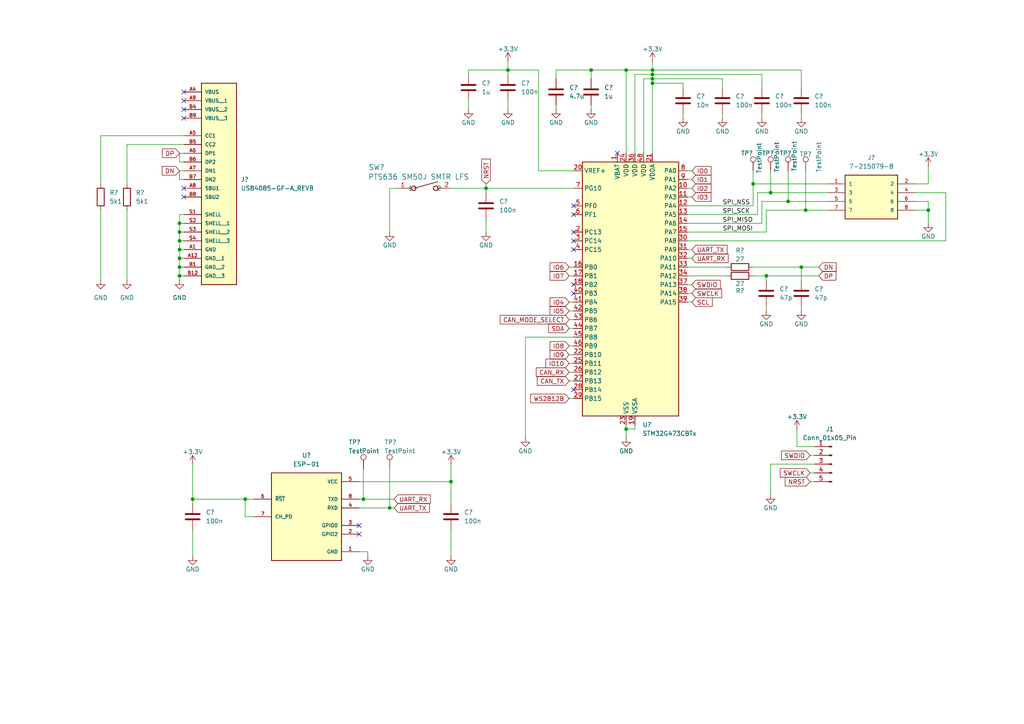
<source format=kicad_sch>
(kicad_sch (version 20231120) (generator "eeschema") (generator_version "8.0")
  (paper "A4")
  (lib_symbols
    (symbol "7-215079-8:7-215079-8" (pin_names (offset 1.016))
      (property "Reference" "J" (at -7.62 6.35 0))
      (property "Value" "7-215079-8" (at -7.62 -8.89 0))
      (symbol "7-215079-8_0_0"
        (rectangle (start -7.62 -7.62) (end 7.62 5.08) (stroke (width 0.254)) (fill (type background)))
        (pin passive line (at -12.7 2.54 0) (length 5.08) (name "1") (number "1"))
        (pin passive line (at 12.7 2.54 180) (length 5.08) (name "2") (number "2"))
        (pin passive line (at -12.7 0 0) (length 5.08) (name "3") (number "3"))
        (pin passive line (at 12.7 0 180) (length 5.08) (name "4") (number "4"))
        (pin passive line (at -12.7 -2.54 0) (length 5.08) (name "5") (number "5"))
        (pin passive line (at 12.7 -2.54 180) (length 5.08) (name "6") (number "6"))
        (pin passive line (at -12.7 -5.08 0) (length 5.08) (name "7") (number "7"))
        (pin passive line (at 12.7 -5.08 180) (length 5.08) (name "8") (number "8"))
      )
    )
    (symbol "Connector:Conn_01x05_Pin" (pin_names (offset 1.016) hide)
      (property "Reference" "J" (at 0 7.62 0))
      (property "Value" "Conn_01x05_Pin" (at 0 -7.62 0))
      (symbol "Conn_01x05_Pin_1_1"
        (polyline (pts (xy 1.27 -5.08) (xy 0.8636 -5.08)) (stroke (width 0.1524)))
        (polyline (pts (xy 1.27 -2.54) (xy 0.8636 -2.54)) (stroke (width 0.1524)))
        (polyline (pts (xy 1.27 0) (xy 0.8636 0)) (stroke (width 0.1524)))
        (polyline (pts (xy 1.27 2.54) (xy 0.8636 2.54)) (stroke (width 0.1524)))
        (polyline (pts (xy 1.27 5.08) (xy 0.8636 5.08)) (stroke (width 0.1524)))
        (rectangle (start 0.8636 -4.953) (end 0 -5.207) (stroke (width 0.1524)) (fill (type outline)))
        (rectangle (start 0.8636 -2.413) (end 0 -2.667) (stroke (width 0.1524)) (fill (type outline)))
        (rectangle (start 0.8636 0.127) (end 0 -0.127) (stroke (width 0.1524)) (fill (type outline)))
        (rectangle (start 0.8636 2.667) (end 0 2.413) (stroke (width 0.1524)) (fill (type outline)))
        (rectangle (start 0.8636 5.207) (end 0 4.953) (stroke (width 0.1524)) (fill (type outline)))
        (pin passive line (at 5.08 5.08 180) (length 3.81) (name "Pin_1") (number "1"))
        (pin passive line (at 5.08 2.54 180) (length 3.81) (name "Pin_2") (number "2"))
        (pin passive line (at 5.08 0 180) (length 3.81) (name "Pin_3") (number "3"))
        (pin passive line (at 5.08 -2.54 180) (length 3.81) (name "Pin_4") (number "4"))
        (pin passive line (at 5.08 -5.08 180) (length 3.81) (name "Pin_5") (number "5"))
      )
    )
    (symbol "Connector:TestPoint" (pin_numbers hide) (pin_names (offset 0.762) hide)
      (property "Reference" "TP" (at 0 6.858 0))
      (property "Value" "TestPoint" (at 0 5.08 0))
      (symbol "TestPoint_0_1"
        (circle (center 0 3.302) (radius 0.762))
      )
      (symbol "TestPoint_1_1"
        (pin passive line (at 0 0 90) (length 2.54) (name "1") (number "1"))
      )
    )
    (symbol "Device:C" (pin_numbers hide) (pin_names (offset 0.254))
      (property "Reference" "C" (at 0.635 2.54 0))
      (property "Value" "C" (at 0.635 -2.54 0))
      (symbol "C_0_1"
        (polyline (pts (xy -2.032 -0.762) (xy 2.032 -0.762)) (stroke (width 0.508)))
        (polyline (pts (xy -2.032 0.762) (xy 2.032 0.762)) (stroke (width 0.508)))
      )
      (symbol "C_1_1"
        (pin passive line (at 0 3.81 270) (length 2.794) (name "~") (number "1"))
        (pin passive line (at 0 -3.81 90) (length 2.794) (name "~") (number "2"))
      )
    )
    (symbol "Device:R" (pin_numbers hide) (pin_names (offset 0))
      (property "Reference" "R" (at 2.032 0 90))
      (property "Value" "R" (at 0 0 90))
      (symbol "R_0_1"
        (rectangle (start -1.016 -2.54) (end 1.016 2.54) (stroke (width 0.254)))
      )
      (symbol "R_1_1"
        (pin passive line (at 0 3.81 270) (length 1.27) (name "~") (number "1"))
        (pin passive line (at 0 -3.81 90) (length 1.27) (name "~") (number "2"))
      )
    )
    (symbol "ESP-01:ESP-01" (pin_names (offset 1.016))
      (property "Reference" "U" (at -10.16 13.208 0))
      (property "Value" "ESP-01" (at -10.16 -12.7 0))
      (symbol "ESP-01_0_0"
        (rectangle (start -10.16 -12.7) (end 10.16 12.7) (stroke (width 0.254)) (fill (type background)))
        (pin power_in line (at 15.24 -10.16 180) (length 5.08) (name "GND") (number "1"))
        (pin bidirectional line (at 15.24 -5.08 180) (length 5.08) (name "GPIO2") (number "2"))
        (pin bidirectional line (at 15.24 -2.54 180) (length 5.08) (name "GPIO0") (number "3"))
        (pin input line (at 15.24 2.54 180) (length 5.08) (name "RXD") (number "4"))
        (pin power_in line (at 15.24 10.16 180) (length 5.08) (name "VCC") (number "5"))
        (pin input line (at -15.24 5.08 0) (length 5.08) (name "~{RST}") (number "6"))
        (pin input line (at -15.24 0 0) (length 5.08) (name "CH_PD") (number "7"))
        (pin output line (at 15.24 5.08 180) (length 5.08) (name "TXD") (number "8"))
      )
    )
    (symbol "MCU_ST_STM32G4:STM32G473CBTx"
      (property "Reference" "U" (at -12.7 39.37 0))
      (property "Value" "STM32G473CBTx" (at 10.16 39.37 0))
      (symbol "STM32G473CBTx_0_1"
        (rectangle (start -12.7 -35.56) (end 15.24 38.1) (stroke (width 0.254)) (fill (type background)))
      )
      (symbol "STM32G473CBTx_1_1"
        (pin power_in line (at -2.54 40.64 270) (length 2.54) (name "VBAT") (number "1"))
        (pin bidirectional line (at 17.78 30.48 180) (length 2.54) (name "PA2") (number "10"))
        (pin bidirectional line (at 17.78 27.94 180) (length 2.54) (name "PA3") (number "11"))
        (pin bidirectional line (at 17.78 25.4 180) (length 2.54) (name "PA4") (number "12"))
        (pin bidirectional line (at 17.78 22.86 180) (length 2.54) (name "PA5") (number "13"))
        (pin bidirectional line (at 17.78 20.32 180) (length 2.54) (name "PA6") (number "14"))
        (pin bidirectional line (at 17.78 17.78 180) (length 2.54) (name "PA7") (number "15"))
        (pin bidirectional line (at -15.24 7.62 0) (length 2.54) (name "PB0") (number "16"))
        (pin bidirectional line (at -15.24 5.08 0) (length 2.54) (name "PB1") (number "17"))
        (pin bidirectional line (at -15.24 2.54 0) (length 2.54) (name "PB2") (number "18"))
        (pin power_in line (at 2.54 -38.1 90) (length 2.54) (name "VSSA") (number "19"))
        (pin bidirectional line (at -15.24 17.78 0) (length 2.54) (name "PC13") (number "2"))
        (pin input line (at -15.24 35.56 0) (length 2.54) (name "VREF+") (number "20"))
        (pin power_in line (at 7.62 40.64 270) (length 2.54) (name "VDDA") (number "21"))
        (pin bidirectional line (at -15.24 -17.78 0) (length 2.54) (name "PB10") (number "22"))
        (pin power_in line (at 0 -38.1 90) (length 2.54) (name "VSS") (number "23"))
        (pin power_in line (at 0 40.64 270) (length 2.54) (name "VDD") (number "24"))
        (pin bidirectional line (at -15.24 -20.32 0) (length 2.54) (name "PB11") (number "25"))
        (pin bidirectional line (at -15.24 -22.86 0) (length 2.54) (name "PB12") (number "26"))
        (pin bidirectional line (at -15.24 -25.4 0) (length 2.54) (name "PB13") (number "27"))
        (pin bidirectional line (at -15.24 -27.94 0) (length 2.54) (name "PB14") (number "28"))
        (pin bidirectional line (at -15.24 -30.48 0) (length 2.54) (name "PB15") (number "29"))
        (pin bidirectional line (at -15.24 15.24 0) (length 2.54) (name "PC14") (number "3"))
        (pin bidirectional line (at 17.78 15.24 180) (length 2.54) (name "PA8") (number "30"))
        (pin bidirectional line (at 17.78 12.7 180) (length 2.54) (name "PA9") (number "31"))
        (pin bidirectional line (at 17.78 10.16 180) (length 2.54) (name "PA10") (number "32"))
        (pin bidirectional line (at 17.78 7.62 180) (length 2.54) (name "PA11") (number "33"))
        (pin bidirectional line (at 17.78 5.08 180) (length 2.54) (name "PA12") (number "34"))
        (pin passive line (at 0 -38.1 90) (length 2.54) hide (name "VSS") (number "35"))
        (pin power_in line (at 2.54 40.64 270) (length 2.54) (name "VDD") (number "36"))
        (pin bidirectional line (at 17.78 2.54 180) (length 2.54) (name "PA13") (number "37"))
        (pin bidirectional line (at 17.78 0 180) (length 2.54) (name "PA14") (number "38"))
        (pin bidirectional line (at 17.78 -2.54 180) (length 2.54) (name "PA15") (number "39"))
        (pin bidirectional line (at -15.24 12.7 0) (length 2.54) (name "PC15") (number "4"))
        (pin bidirectional line (at -15.24 0 0) (length 2.54) (name "PB3") (number "40"))
        (pin bidirectional line (at -15.24 -2.54 0) (length 2.54) (name "PB4") (number "41"))
        (pin bidirectional line (at -15.24 -5.08 0) (length 2.54) (name "PB5") (number "42"))
        (pin bidirectional line (at -15.24 -7.62 0) (length 2.54) (name "PB6") (number "43"))
        (pin bidirectional line (at -15.24 -10.16 0) (length 2.54) (name "PB7") (number "44"))
        (pin bidirectional line (at -15.24 -12.7 0) (length 2.54) (name "PB8") (number "45"))
        (pin bidirectional line (at -15.24 -15.24 0) (length 2.54) (name "PB9") (number "46"))
        (pin passive line (at 0 -38.1 90) (length 2.54) hide (name "VSS") (number "47"))
        (pin power_in line (at 5.08 40.64 270) (length 2.54) (name "VDD") (number "48"))
        (pin bidirectional line (at -15.24 25.4 0) (length 2.54) (name "PF0") (number "5"))
        (pin bidirectional line (at -15.24 22.86 0) (length 2.54) (name "PF1") (number "6"))
        (pin bidirectional line (at -15.24 30.48 0) (length 2.54) (name "PG10") (number "7"))
        (pin bidirectional line (at 17.78 35.56 180) (length 2.54) (name "PA0") (number "8"))
        (pin bidirectional line (at 17.78 33.02 180) (length 2.54) (name "PA1") (number "9"))
      )
    )
    (symbol "PTS636:PTS636_SM50J_SMTR_LFS" (pin_names (offset 0.254))
      (property "Reference" "SW" (at 7.62 3.81 0))
      (property "Value" "PTS636 SM50J SMTR LFS" (at 0 0 0))
      (symbol "PTS636_SM50J_SMTR_LFS_0_1"
        (polyline (pts (xy 2.54 0) (xy 3.81 0)) (stroke (width 0.2032)))
        (polyline (pts (xy 4.445 0) (xy 11.43 1.905)) (stroke (width 0.2032)))
        (polyline (pts (xy 12.7 0) (xy 11.43 0)) (stroke (width 0.2032)))
        (circle (center 4.445 0) (radius 0.635) (stroke (width 0.254)))
        (circle (center 10.795 0) (radius 0.635) (stroke (width 0.254)))
        (pin unspecified line (at 0 0 0) (length 2.54) (name "1") (number "1"))
        (pin unspecified line (at 15.24 0 180) (length 2.54) (name "2") (number "2"))
      )
    )
    (symbol "USB4085-GF-A_REVB:USB4085-GF-A_REVB" (pin_names (offset 1.016))
      (property "Reference" "J" (at -5.08 18.288 0))
      (property "Value" "USB4085-GF-A_REVB" (at -5.08 -43.18 0))
      (symbol "USB4085-GF-A_REVB_0_0"
        (rectangle (start -5.08 -40.64) (end 5.08 17.78) (stroke (width 0.254)) (fill (type background)))
        (pin power_in line (at -10.16 -30.48 0) (length 5.08) (name "GND") (number "A1"))
        (pin power_in line (at -10.16 -33.02 0) (length 5.08) (name "GND__1") (number "A12"))
        (pin power_in line (at -10.16 15.24 0) (length 5.08) (name "VBUS") (number "A4"))
        (pin bidirectional line (at -10.16 2.54 0) (length 5.08) (name "CC1") (number "A5"))
        (pin bidirectional line (at -10.16 -2.54 0) (length 5.08) (name "DP1") (number "A6"))
        (pin bidirectional line (at -10.16 -7.62 0) (length 5.08) (name "DN1") (number "A7"))
        (pin bidirectional line (at -10.16 -12.7 0) (length 5.08) (name "SBU1") (number "A8"))
        (pin power_in line (at -10.16 12.7 0) (length 5.08) (name "VBUS__1") (number "A9"))
        (pin power_in line (at -10.16 -35.56 0) (length 5.08) (name "GND__2") (number "B1"))
        (pin power_in line (at -10.16 -38.1 0) (length 5.08) (name "GND__3") (number "B12"))
        (pin power_in line (at -10.16 10.16 0) (length 5.08) (name "VBUS__2") (number "B4"))
        (pin bidirectional line (at -10.16 0 0) (length 5.08) (name "CC2") (number "B5"))
        (pin bidirectional line (at -10.16 -5.08 0) (length 5.08) (name "DP2") (number "B6"))
        (pin bidirectional line (at -10.16 -10.16 0) (length 5.08) (name "DN2") (number "B7"))
        (pin bidirectional line (at -10.16 -15.24 0) (length 5.08) (name "SBU2") (number "B8"))
        (pin power_in line (at -10.16 7.62 0) (length 5.08) (name "VBUS__3") (number "B9"))
        (pin passive line (at -10.16 -20.32 0) (length 5.08) (name "SHELL") (number "S1"))
        (pin passive line (at -10.16 -22.86 0) (length 5.08) (name "SHELL__1") (number "S2"))
        (pin passive line (at -10.16 -25.4 0) (length 5.08) (name "SHELL__2") (number "S3"))
        (pin passive line (at -10.16 -27.94 0) (length 5.08) (name "SHELL__3") (number "S4"))
      )
    )
    (symbol "power:+3.3V" (power) (pin_numbers hide) (pin_names (offset 0) hide)
      (property "Value" "+3.3V" (at 0 3.556 0))
      (symbol "+3.3V_0_1"
        (polyline (pts (xy -0.762 1.27) (xy 0 2.54)))
        (polyline (pts (xy 0 0) (xy 0 2.54)))
        (polyline (pts (xy 0 2.54) (xy 0.762 1.27)))
      )
      (symbol "+3.3V_1_1"
        (pin power_in line (at 0 0 90) (length 0) (name "~") (number "1"))
      )
    )
    (symbol "power:GND" (power) (pin_numbers hide) (pin_names (offset 0) hide)
      (property "Value" "GND" (at 0 -3.81 0))
      (symbol "GND_0_1"
        (polyline (pts (xy 0 0) (xy 0 -1.27) (xy 1.27 -1.27) (xy 0 -2.54) (xy -1.27 -1.27) (xy 0 -1.27)))
      )
      (symbol "GND_1_1"
        (pin power_in line (at 0 0 270) (length 0) (name "~") (number "1"))
      )
    )
  )
  (junction (at 233.68 60.96))
  (junction (at 140.97 54.61))
  (junction (at 181.61 124.46))
  (junction (at 52.07 69.85))
  (junction (at 105.41 144.78))
  (junction (at 52.07 74.93))
  (junction (at 223.52 55.88))
  (junction (at 113.03 147.32))
  (junction (at 189.23 21.59))
  (junction (at 171.45 20.32))
  (junction (at 52.07 80.01))
  (junction (at 55.88 144.78))
  (junction (at 71.12 144.78))
  (junction (at 52.07 72.39))
  (junction (at 52.07 64.77))
  (junction (at 189.23 20.32))
  (junction (at 189.23 24.13))
  (junction (at 52.07 67.31))
  (junction (at 218.44 53.34))
  (junction (at 189.23 22.86))
  (junction (at 52.07 77.47))
  (junction (at 269.24 60.96))
  (junction (at 232.41 77.47))
  (junction (at 222.25 80.01))
  (junction (at 228.6 58.42))
  (junction (at 181.61 20.32))
  (junction (at 147.32 20.32))
  (junction (at 130.81 139.7))
  (no_connect (at 53.34 57.15))
  (no_connect (at 166.37 67.31))
  (no_connect (at 53.34 54.61))
  (no_connect (at 166.37 85.09))
  (no_connect (at 53.34 31.75))
  (no_connect (at 53.34 29.21))
  (no_connect (at 166.37 69.85))
  (no_connect (at 166.37 72.39))
  (no_connect (at 179.07 44.45))
  (no_connect (at 166.37 62.23))
  (no_connect (at 53.34 26.67))
  (no_connect (at 166.37 82.55))
  (no_connect (at 104.14 154.94))
  (no_connect (at 104.14 152.4))
  (no_connect (at 53.34 34.29))
  (no_connect (at 166.37 59.69))
  (no_connect (at 166.37 113.03))
  (wire (pts (xy 233.68 60.96) (xy 240.03 60.96)))
  (wire (pts (xy 52.07 74.93) (xy 52.07 77.47)))
  (wire (pts (xy 171.45 31.75) (xy 171.45 30.48)))
  (wire (pts (xy 156.21 20.32) (xy 147.32 20.32)))
  (wire (pts (xy 52.07 81.28) (xy 52.07 80.01)))
  (wire (pts (xy 186.69 22.86) (xy 186.69 44.45)))
  (wire (pts (xy 189.23 22.86) (xy 209.55 22.86)))
  (wire (pts (xy 52.07 52.07) (xy 52.07 49.53)))
  (wire (pts (xy 232.41 20.32) (xy 232.41 25.4)))
  (wire (pts (xy 53.34 62.23) (xy 52.07 62.23)))
  (wire (pts (xy 184.15 124.46) (xy 184.15 123.19)))
  (wire (pts (xy 165.1 110.49) (xy 166.37 110.49)))
  (wire (pts (xy 189.23 20.32) (xy 232.41 20.32)))
  (wire (pts (xy 232.41 88.9) (xy 232.41 90.17)))
  (wire (pts (xy 130.81 134.62) (xy 130.81 139.7)))
  (wire (pts (xy 113.03 135.89) (xy 113.03 147.32)))
  (wire (pts (xy 53.34 69.85) (xy 52.07 69.85)))
  (wire (pts (xy 223.52 143.51) (xy 223.52 134.62)))
  (wire (pts (xy 52.07 80.01) (xy 53.34 80.01)))
  (wire (pts (xy 181.61 20.32) (xy 189.23 20.32)))
  (wire (pts (xy 106.68 160.02) (xy 104.14 160.02)))
  (wire (pts (xy 232.41 77.47) (xy 232.41 81.28)))
  (wire (pts (xy 234.95 137.16) (xy 236.22 137.16)))
  (wire (pts (xy 199.39 64.77) (xy 220.98 64.77)))
  (wire (pts (xy 220.98 34.29) (xy 220.98 33.02)))
  (wire (pts (xy 200.66 82.55) (xy 199.39 82.55)))
  (wire (pts (xy 52.07 44.45) (xy 53.34 44.45)))
  (wire (pts (xy 219.71 55.88) (xy 223.52 55.88)))
  (wire (pts (xy 199.39 59.69) (xy 218.44 59.69)))
  (wire (pts (xy 53.34 46.99) (xy 52.07 46.99)))
  (wire (pts (xy 161.29 22.86) (xy 161.29 20.32)))
  (wire (pts (xy 36.83 60.96) (xy 36.83 81.28)))
  (wire (pts (xy 140.97 67.31) (xy 140.97 63.5)))
  (wire (pts (xy 222.25 81.28) (xy 222.25 80.01)))
  (wire (pts (xy 232.41 77.47) (xy 237.49 77.47)))
  (wire (pts (xy 156.21 49.53) (xy 156.21 20.32)))
  (wire (pts (xy 200.66 54.61) (xy 199.39 54.61)))
  (wire (pts (xy 274.32 55.88) (xy 265.43 55.88)))
  (wire (pts (xy 234.95 132.08) (xy 236.22 132.08)))
  (wire (pts (xy 147.32 17.78) (xy 147.32 20.32)))
  (wire (pts (xy 228.6 49.53) (xy 228.6 58.42)))
  (wire (pts (xy 269.24 58.42) (xy 269.24 60.96)))
  (wire (pts (xy 52.07 62.23) (xy 52.07 64.77)))
  (wire (pts (xy 198.12 24.13) (xy 198.12 25.4)))
  (wire (pts (xy 165.1 92.71) (xy 166.37 92.71)))
  (wire (pts (xy 147.32 31.75) (xy 147.32 29.21)))
  (wire (pts (xy 234.95 139.7) (xy 236.22 139.7)))
  (wire (pts (xy 222.25 80.01) (xy 218.44 80.01)))
  (wire (pts (xy 114.3 147.32) (xy 113.03 147.32)))
  (wire (pts (xy 209.55 34.29) (xy 209.55 33.02)))
  (wire (pts (xy 71.12 144.78) (xy 73.66 144.78)))
  (wire (pts (xy 130.81 161.29) (xy 130.81 153.67)))
  (wire (pts (xy 232.41 34.29) (xy 232.41 33.02)))
  (wire (pts (xy 231.14 129.54) (xy 231.14 124.46)))
  (wire (pts (xy 53.34 52.07) (xy 52.07 52.07)))
  (wire (pts (xy 265.43 58.42) (xy 269.24 58.42)))
  (wire (pts (xy 152.4 127) (xy 152.4 97.79)))
  (wire (pts (xy 53.34 67.31) (xy 52.07 67.31)))
  (wire (pts (xy 222.25 80.01) (xy 237.49 80.01)))
  (wire (pts (xy 189.23 21.59) (xy 220.98 21.59)))
  (wire (pts (xy 269.24 60.96) (xy 269.24 64.77)))
  (wire (pts (xy 29.21 39.37) (xy 53.34 39.37)))
  (wire (pts (xy 222.25 60.96) (xy 233.68 60.96)))
  (wire (pts (xy 165.1 87.63) (xy 166.37 87.63)))
  (wire (pts (xy 36.83 41.91) (xy 53.34 41.91)))
  (wire (pts (xy 55.88 161.29) (xy 55.88 153.67)))
  (wire (pts (xy 171.45 20.32) (xy 181.61 20.32)))
  (wire (pts (xy 52.07 69.85) (xy 52.07 72.39)))
  (wire (pts (xy 55.88 144.78) (xy 71.12 144.78)))
  (wire (pts (xy 36.83 53.34) (xy 36.83 41.91)))
  (wire (pts (xy 200.66 72.39) (xy 199.39 72.39)))
  (wire (pts (xy 189.23 17.78) (xy 189.23 20.32)))
  (wire (pts (xy 199.39 67.31) (xy 222.25 67.31)))
  (wire (pts (xy 199.39 69.85) (xy 274.32 69.85)))
  (wire (pts (xy 165.1 100.33) (xy 166.37 100.33)))
  (wire (pts (xy 199.39 80.01) (xy 210.82 80.01)))
  (wire (pts (xy 161.29 31.75) (xy 161.29 30.48)))
  (wire (pts (xy 171.45 22.86) (xy 171.45 20.32)))
  (wire (pts (xy 200.66 57.15) (xy 199.39 57.15)))
  (wire (pts (xy 130.81 139.7) (xy 130.81 146.05)))
  (wire (pts (xy 189.23 20.32) (xy 189.23 21.59)))
  (wire (pts (xy 113.03 147.32) (xy 104.14 147.32)))
  (wire (pts (xy 219.71 62.23) (xy 219.71 55.88)))
  (wire (pts (xy 55.88 144.78) (xy 55.88 146.05)))
  (wire (pts (xy 189.23 21.59) (xy 189.23 22.86)))
  (wire (pts (xy 165.1 90.17) (xy 166.37 90.17)))
  (wire (pts (xy 147.32 20.32) (xy 147.32 21.59)))
  (wire (pts (xy 223.52 55.88) (xy 240.03 55.88)))
  (wire (pts (xy 165.1 102.87) (xy 166.37 102.87)))
  (wire (pts (xy 130.81 54.61) (xy 140.97 54.61)))
  (wire (pts (xy 152.4 97.79) (xy 166.37 97.79)))
  (wire (pts (xy 222.25 88.9) (xy 222.25 90.17)))
  (wire (pts (xy 199.39 77.47) (xy 210.82 77.47)))
  (wire (pts (xy 52.07 46.99) (xy 52.07 44.45)))
  (wire (pts (xy 200.66 87.63) (xy 199.39 87.63)))
  (wire (pts (xy 199.39 62.23) (xy 219.71 62.23)))
  (wire (pts (xy 140.97 53.34) (xy 140.97 54.61)))
  (wire (pts (xy 200.66 52.07) (xy 199.39 52.07)))
  (wire (pts (xy 52.07 64.77) (xy 52.07 67.31)))
  (wire (pts (xy 165.1 105.41) (xy 166.37 105.41)))
  (wire (pts (xy 135.89 31.75) (xy 135.89 29.21)))
  (wire (pts (xy 135.89 20.32) (xy 147.32 20.32)))
  (wire (pts (xy 236.22 129.54) (xy 231.14 129.54)))
  (wire (pts (xy 135.89 21.59) (xy 135.89 20.32)))
  (wire (pts (xy 114.3 144.78) (xy 105.41 144.78)))
  (wire (pts (xy 209.55 22.86) (xy 209.55 25.4)))
  (wire (pts (xy 156.21 49.53) (xy 166.37 49.53)))
  (wire (pts (xy 269.24 53.34) (xy 265.43 53.34)))
  (wire (pts (xy 218.44 59.69) (xy 218.44 53.34)))
  (wire (pts (xy 200.66 74.93) (xy 199.39 74.93)))
  (wire (pts (xy 228.6 58.42) (xy 240.03 58.42)))
  (wire (pts (xy 220.98 58.42) (xy 228.6 58.42)))
  (wire (pts (xy 181.61 124.46) (xy 184.15 124.46)))
  (wire (pts (xy 104.14 139.7) (xy 130.81 139.7)))
  (wire (pts (xy 223.52 134.62) (xy 236.22 134.62)))
  (wire (pts (xy 189.23 22.86) (xy 189.23 24.13)))
  (wire (pts (xy 165.1 77.47) (xy 166.37 77.47)))
  (wire (pts (xy 105.41 135.89) (xy 105.41 144.78)))
  (wire (pts (xy 52.07 72.39) (xy 52.07 74.93)))
  (wire (pts (xy 140.97 54.61) (xy 166.37 54.61)))
  (wire (pts (xy 218.44 53.34) (xy 240.03 53.34)))
  (wire (pts (xy 29.21 53.34) (xy 29.21 39.37)))
  (wire (pts (xy 53.34 64.77) (xy 52.07 64.77)))
  (wire (pts (xy 161.29 20.32) (xy 171.45 20.32)))
  (wire (pts (xy 53.34 74.93) (xy 52.07 74.93)))
  (wire (pts (xy 184.15 21.59) (xy 189.23 21.59)))
  (wire (pts (xy 53.34 72.39) (xy 52.07 72.39)))
  (wire (pts (xy 140.97 55.88) (xy 140.97 54.61)))
  (wire (pts (xy 52.07 67.31) (xy 52.07 69.85)))
  (wire (pts (xy 53.34 77.47) (xy 52.07 77.47)))
  (wire (pts (xy 265.43 60.96) (xy 269.24 60.96)))
  (wire (pts (xy 71.12 149.86) (xy 71.12 144.78)))
  (wire (pts (xy 218.44 49.53) (xy 218.44 53.34)))
  (wire (pts (xy 52.07 49.53) (xy 53.34 49.53)))
  (wire (pts (xy 165.1 115.57) (xy 166.37 115.57)))
  (wire (pts (xy 222.25 67.31) (xy 222.25 60.96)))
  (wire (pts (xy 113.03 67.31) (xy 113.03 54.61)))
  (wire (pts (xy 233.68 49.53) (xy 233.68 60.96)))
  (wire (pts (xy 165.1 107.95) (xy 166.37 107.95)))
  (wire (pts (xy 106.68 161.29) (xy 106.68 160.02)))
  (wire (pts (xy 181.61 124.46) (xy 181.61 127)))
  (wire (pts (xy 189.23 24.13) (xy 198.12 24.13)))
  (wire (pts (xy 269.24 48.26) (xy 269.24 53.34)))
  (wire (pts (xy 181.61 20.32) (xy 181.61 44.45)))
  (wire (pts (xy 198.12 34.29) (xy 198.12 33.02)))
  (wire (pts (xy 200.66 49.53) (xy 199.39 49.53)))
  (wire (pts (xy 165.1 95.25) (xy 166.37 95.25)))
  (wire (pts (xy 105.41 144.78) (xy 104.14 144.78)))
  (wire (pts (xy 181.61 123.19) (xy 181.61 124.46)))
  (wire (pts (xy 55.88 134.62) (xy 55.88 144.78)))
  (wire (pts (xy 189.23 24.13) (xy 189.23 44.45)))
  (wire (pts (xy 218.44 77.47) (xy 232.41 77.47)))
  (wire (pts (xy 184.15 21.59) (xy 184.15 44.45)))
  (wire (pts (xy 29.21 60.96) (xy 29.21 81.28)))
  (wire (pts (xy 223.52 49.53) (xy 223.52 55.88)))
  (wire (pts (xy 186.69 22.86) (xy 189.23 22.86)))
  (wire (pts (xy 165.1 80.01) (xy 166.37 80.01)))
  (wire (pts (xy 73.66 149.86) (xy 71.12 149.86)))
  (wire (pts (xy 113.03 54.61) (xy 115.57 54.61)))
  (wire (pts (xy 220.98 21.59) (xy 220.98 25.4)))
  (wire (pts (xy 274.32 69.85) (xy 274.32 55.88)))
  (wire (pts (xy 200.66 85.09) (xy 199.39 85.09)))
  (wire (pts (xy 220.98 64.77) (xy 220.98 58.42)))
  (wire (pts (xy 52.07 77.47) (xy 52.07 80.01)))
  (label "SPI_MOSI" (at 209.55 67.31 0))
  (label "SPI_MISO" (at 209.55 64.77 0))
  (label "SPI_SCK" (at 209.55 62.23 0))
  (label "SPI_NSS" (at 209.55 59.69 0))
  (global_label "IO6" (shape input) (at 165.1 77.47 180) (property "Intersheetrefs" "${INTERSHEET_REFS}" (effects (hide yes))))
  (global_label "IO9" (shape input) (at 165.1 102.87 180) (property "Intersheetrefs" "${INTERSHEET_REFS}" (effects (hide yes))))
  (global_label "DP" (shape input) (at 237.49 80.01 0) (property "Intersheetrefs" "${INTERSHEET_REFS}" (effects (hide yes))))
  (global_label "CAN_RX" (shape input) (at 165.1 107.95 180) (property "Intersheetrefs" "${INTERSHEET_REFS}" (effects (hide yes))))
  (global_label "NRST" (shape input) (at 234.95 139.7 180) (property "Intersheetrefs" "${INTERSHEET_REFS}" (effects (hide yes))))
  (global_label "NRST" (shape input) (at 140.97 53.34 90) (property "Intersheetrefs" "${INTERSHEET_REFS}" (effects (hide yes))))
  (global_label "IO7" (shape input) (at 165.1 80.01 180) (property "Intersheetrefs" "${INTERSHEET_REFS}" (effects (hide yes))))
  (global_label "SWCLK" (shape input) (at 234.95 137.16 180) (property "Intersheetrefs" "${INTERSHEET_REFS}" (effects (hide yes))))
  (global_label "UART_TX" (shape input) (at 114.3 147.32 0) (property "Intersheetrefs" "${INTERSHEET_REFS}" (effects (hide yes))))
  (global_label "CAN_MODE_SELECT" (shape input) (at 165.1 92.71 180) (property "Intersheetrefs" "${INTERSHEET_REFS}" (effects (hide yes))))
  (global_label "IO0" (shape input) (at 200.66 49.53 0) (property "Intersheetrefs" "${INTERSHEET_REFS}" (effects (hide yes))))
  (global_label "SWDIO" (shape input) (at 200.66 82.55 0) (property "Intersheetrefs" "${INTERSHEET_REFS}" (effects (hide yes))))
  (global_label "UART_TX" (shape input) (at 200.66 72.39 0) (property "Intersheetrefs" "${INTERSHEET_REFS}" (effects (hide yes))))
  (global_label "CAN_TX" (shape input) (at 165.1 110.49 180) (property "Intersheetrefs" "${INTERSHEET_REFS}" (effects (hide yes))))
  (global_label "WS2812B" (shape input) (at 165.1 115.57 180) (property "Intersheetrefs" "${INTERSHEET_REFS}" (effects (hide yes))))
  (global_label "UART_RX" (shape input) (at 200.66 74.93 0) (property "Intersheetrefs" "${INTERSHEET_REFS}" (effects (hide yes))))
  (global_label "IO2" (shape input) (at 200.66 54.61 0) (property "Intersheetrefs" "${INTERSHEET_REFS}" (effects (hide yes))))
  (global_label "IO1" (shape input) (at 200.66 52.07 0) (property "Intersheetrefs" "${INTERSHEET_REFS}" (effects (hide yes))))
  (global_label "IO8" (shape input) (at 165.1 100.33 180) (property "Intersheetrefs" "${INTERSHEET_REFS}" (effects (hide yes))))
  (global_label "IO5" (shape input) (at 165.1 90.17 180) (property "Intersheetrefs" "${INTERSHEET_REFS}" (effects (hide yes))))
  (global_label "DP" (shape input) (at 52.07 44.45 180) (property "Intersheetrefs" "${INTERSHEET_REFS}" (effects (hide yes))))
  (global_label "IO10" (shape input) (at 165.1 105.41 180) (property "Intersheetrefs" "${INTERSHEET_REFS}" (effects (hide yes))))
  (global_label "SWCLK" (shape input) (at 200.66 85.09 0) (property "Intersheetrefs" "${INTERSHEET_REFS}" (effects (hide yes))))
  (global_label "IO3" (shape input) (at 200.66 57.15 0) (property "Intersheetrefs" "${INTERSHEET_REFS}" (effects (hide yes))))
  (global_label "DN" (shape input) (at 52.07 49.53 180) (property "Intersheetrefs" "${INTERSHEET_REFS}" (effects (hide yes))))
  (global_label "SDA" (shape input) (at 165.1 95.25 180) (property "Intersheetrefs" "${INTERSHEET_REFS}" (effects (hide yes))))
  (global_label "SWDIO" (shape input) (at 234.95 132.08 180) (property "Intersheetrefs" "${INTERSHEET_REFS}" (effects (hide yes))))
  (global_label "DN" (shape input) (at 237.49 77.47 0) (property "Intersheetrefs" "${INTERSHEET_REFS}" (effects (hide yes))))
  (global_label "UART_RX" (shape input) (at 114.3 144.78 0) (property "Intersheetrefs" "${INTERSHEET_REFS}" (effects (hide yes))))
  (global_label "IO4" (shape input) (at 165.1 87.63 180) (property "Intersheetrefs" "${INTERSHEET_REFS}" (effects (hide yes))))
  (global_label "SCL" (shape input) (at 200.66 87.63 0) (property "Intersheetrefs" "${INTERSHEET_REFS}" (effects (hide yes))))
  (symbol (lib_id "Connector:TestPoint") (at 228.6 49.53 0) (unit 1)
    (property "Reference" "TP?" (at 226.06 44.45 0) (effects (justify left)))
    (property "Value" "TestPoint" (at 230.378 49.784 90) (effects (justify left)))
    (property "Footprint" "TestPoint:TestPoint_Pad_D1.0mm" (effects (hide yes)))
    (property "Description" "test point" (effects (hide yes)))
  )
  (symbol (lib_id "power:GND") (at 113.03 67.31 0) (unit 1)
    (property "Reference" "#PWR?" (effects (hide yes)))
    (property "Value" "GND" (at 113.03 71.12 0))
    (property "Description" "Power symbol creates a global label with name \"GND\" , ground" (effects (hide yes)))
  )
  (symbol (lib_id "power:GND") (at 223.52 143.51 0) (unit 1)
    (property "Reference" "#PWR01" (effects (hide yes)))
    (property "Value" "GND" (at 223.52 147.32 0))
    (property "Description" "Power symbol creates a global label with name \"GND\" , ground" (effects (hide yes)))
  )
  (symbol (lib_id "Connector:TestPoint") (at 218.44 49.53 0) (unit 1)
    (property "Reference" "TP?" (at 214.884 44.45 0) (effects (justify left)))
    (property "Value" "TestPoint" (at 220.218 50.292 90) (effects (justify left)))
    (property "Footprint" "TestPoint:TestPoint_Pad_D1.0mm" (effects (hide yes)))
    (property "Description" "test point" (effects (hide yes)))
  )
  (symbol (lib_id "Device:R") (at 214.63 77.47 90) (unit 1)
    (property "Reference" "R?" (at 214.63 72.644 90))
    (property "Value" "27" (at 214.63 75.184 90))
    (property "Footprint" "Resistor_SMD:R_0603_1608Metric_Pad0.98x0.95mm_HandSolder" (effects (hide yes)))
    (property "Description" "Resistor" (effects (hide yes)))
  )
  (symbol (lib_id "Device:R") (at 214.63 80.01 90) (unit 1)
    (property "Reference" "R?" (at 214.63 84.328 90))
    (property "Value" "27" (at 214.63 82.296 90))
    (property "Footprint" "Resistor_SMD:R_0603_1608Metric_Pad0.98x0.95mm_HandSolder" (effects (hide yes)))
    (property "Description" "Resistor" (effects (hide yes)))
  )
  (symbol (lib_id "power:+3.3V") (at 189.23 17.78 0) (unit 1)
    (property "Reference" "#PWR?" (effects (hide yes)))
    (property "Value" "+3.3V" (at 189.23 14.224 0))
    (property "Description" "Power symbol creates a global label with name \"+3.3V\"" (effects (hide yes)))
  )
  (symbol (lib_id "USB4085-GF-A_REVB:USB4085-GF-A_REVB") (at 63.5 41.91 0) (unit 1)
    (property "Reference" "J?" (at 69.85 52.0699 0) (effects (justify left)))
    (property "Value" "USB4085-GF-A_REVB" (at 69.85 54.6099 0) (effects (justify left)))
    (property "Footprint" "USB4085-GF-A_REVB:GCT_USB4085-GF-A_REVB" (effects (hide yes)))
    (property "PARTREV" "B" (effects (hide yes)))
    (property "STANDARD" "Manufacturer Recommendations" (effects (hide yes)))
    (property "SNAPEDA_PN" "USB4085-GF-A" (effects (hide yes)))
    (property "MAXIMUM_PACKAGE_HEIGHT" "3.16mm" (effects (hide yes)))
    (property "MANUFACTURER" "Global Connector Technology" (effects (hide yes)))
  )
  (symbol (lib_id "power:GND") (at 181.61 127 0) (unit 1)
    (property "Reference" "#PWR?" (effects (hide yes)))
    (property "Value" "GND" (at 181.61 130.81 0))
    (property "Description" "Power symbol creates a global label with name \"GND\" , ground" (effects (hide yes)))
  )
  (symbol (lib_id "power:+3.3V") (at 130.81 134.62 0) (unit 1)
    (property "Reference" "#PWR?" (effects (hide yes)))
    (property "Value" "+3.3V" (at 130.81 131.064 0))
    (property "Description" "Power symbol creates a global label with name \"+3.3V\"" (effects (hide yes)))
  )
  (symbol (lib_id "power:GND") (at 171.45 31.75 0) (unit 1)
    (property "Reference" "#PWR?" (effects (hide yes)))
    (property "Value" "GND" (at 171.45 35.56 0))
    (property "Description" "Power symbol creates a global label with name \"GND\" , ground" (effects (hide yes)))
  )
  (symbol (lib_id "power:+3.3V") (at 269.24 48.26 0) (unit 1)
    (property "Reference" "#PWR?" (effects (hide yes)))
    (property "Value" "+3.3V" (at 269.24 44.704 0))
    (property "Description" "Power symbol creates a global label with name \"+3.3V\"" (effects (hide yes)))
  )
  (symbol (lib_id "Device:C") (at 209.55 29.21 0) (unit 1)
    (property "Reference" "C?" (at 213.36 27.9399 0) (effects (justify left)))
    (property "Value" "100n" (at 213.36 30.4799 0) (effects (justify left)))
    (property "Footprint" "Capacitor_SMD:C_0603_1608Metric_Pad1.08x0.95mm_HandSolder" (effects (hide yes)))
    (property "Description" "Unpolarized capacitor" (effects (hide yes)))
  )
  (symbol (lib_id "power:+3.3V") (at 147.32 17.78 0) (unit 1)
    (property "Reference" "#PWR?" (effects (hide yes)))
    (property "Value" "+3.3V" (at 147.32 14.224 0))
    (property "Description" "Power symbol creates a global label with name \"+3.3V\"" (effects (hide yes)))
  )
  (symbol (lib_id "power:GND") (at 232.41 34.29 0) (unit 1)
    (property "Reference" "#PWR?" (effects (hide yes)))
    (property "Value" "GND" (at 232.41 38.1 0))
    (property "Description" "Power symbol creates a global label with name \"GND\" , ground" (effects (hide yes)))
  )
  (symbol (lib_id "power:GND") (at 135.89 31.75 0) (unit 1)
    (property "Reference" "#PWR?" (effects (hide yes)))
    (property "Value" "GND" (at 135.89 35.56 0))
    (property "Description" "Power symbol creates a global label with name \"GND\" , ground" (effects (hide yes)))
  )
  (symbol (lib_id "power:+3.3V") (at 55.88 134.62 0) (unit 1)
    (property "Reference" "#PWR?" (effects (hide yes)))
    (property "Value" "+3.3V" (at 55.88 131.064 0))
    (property "Description" "Power symbol creates a global label with name \"+3.3V\"" (effects (hide yes)))
  )
  (symbol (lib_id "Connector:TestPoint") (at 223.52 49.53 0) (unit 1)
    (property "Reference" "TP?" (at 220.98 44.45 0) (effects (justify left)))
    (property "Value" "TestPoint" (at 225.298 50.038 90) (effects (justify left)))
    (property "Footprint" "TestPoint:TestPoint_Pad_D1.0mm" (effects (hide yes)))
    (property "Description" "test point" (effects (hide yes)))
  )
  (symbol (lib_id "power:GND") (at 222.25 90.17 0) (unit 1)
    (property "Reference" "#PWR?" (effects (hide yes)))
    (property "Value" "GND" (at 222.25 93.98 0))
    (property "Description" "Power symbol creates a global label with name \"GND\" , ground" (effects (hide yes)))
  )
  (symbol (lib_id "PTS636:PTS636_SM50J_SMTR_LFS") (at 115.57 54.61 0) (unit 1)
    (property "Reference" "SW?" (at 109.22 48.514 0) (effects (font (size 1.524 1.524))))
    (property "Value" "PTS636 SM50J SMTR LFS" (at 121.412 51.308 0) (effects (font (size 1.524 1.524))))
    (property "Footprint" "PTS636:SW_PTS636_CNK" (effects (hide yes)))
    (property "Datasheet" "PTS636 SM50J SMTR LFS" (effects (hide yes)))
  )
  (symbol (lib_id "ESP-01:ESP-01") (at 88.9 149.86 0) (unit 1)
    (property "Reference" "U?" (at 88.9 132.08 0))
    (property "Value" "ESP-01" (at 88.9 134.62 0))
    (property "Footprint" "ESP-01:MODULE_ESP-01" (effects (hide yes)))
    (property "MF" "AI-Thinker" (effects (hide yes)))
    (property "MAXIMUM_PACKAGE_HEIGHT" "6.5mm" (effects (hide yes)))
    (property "Package" "Non-Standard AI-Thinker" (effects (hide yes)))
    (property "Price" "None" (effects (hide yes)))
    (property "Check_prices" "https://www.snapeda.com/parts/ESP-01/AI-Thinker/view-part/?ref=eda" (effects (hide yes)))
    (property "STANDARD" "Manufacturer Recommendations" (effects (hide yes)))
    (property "PARTREV" "1.0" (effects (hide yes)))
    (property "SnapEDA_Link" "https://www.snapeda.com/parts/ESP-01/AI-Thinker/view-part/?ref=snap" (effects (hide yes)))
    (property "MP" "ESP-01" (effects (hide yes)))
    (property "Description_1" "\nESP-01M ESP8266 DIP Adapter series Transceiver; 802.11 b/g/n (Wi-Fi, WiFi, WLAN) Evaluation Board\n" (effects (hide yes)))
    (property "Availability" "Not in stock" (effects (hide yes)))
    (property "MANUFACTURER" "AI-Thinker" (effects (hide yes)))
  )
  (symbol (lib_id "power:+3.3V") (at 231.14 124.46 0) (unit 1)
    (property "Reference" "#PWR02" (effects (hide yes)))
    (property "Value" "+3.3V" (at 231.14 120.904 0))
    (property "Description" "Power symbol creates a global label with name \"+3.3V\"" (effects (hide yes)))
  )
  (symbol (lib_id "7-215079-8:7-215079-8") (at 252.73 55.88 0) (unit 1)
    (property "Reference" "J?" (at 252.73 45.72 0))
    (property "Value" "7-215079-8" (at 252.73 48.26 0))
    (property "Footprint" "7-215079-8:TE_7-215079-8" (effects (hide yes)))
    (property "PARTREV" "Y1" (effects (hide yes)))
    (property "STANDARD" "Manufacturer Recommendations" (effects (hide yes)))
    (property "MAXIMUM_PACKAGE_HEIGHT" "4.2 mm" (effects (hide yes)))
    (property "MANUFACTURER" "TE Connectivity" (effects (hide yes)))
  )
  (symbol (lib_id "power:GND") (at 147.32 31.75 0) (unit 1)
    (property "Reference" "#PWR?" (effects (hide yes)))
    (property "Value" "GND" (at 147.32 35.56 0))
    (property "Description" "Power symbol creates a global label with name \"GND\" , ground" (effects (hide yes)))
  )
  (symbol (lib_id "power:GND") (at 36.83 81.28 0) (unit 1)
    (property "Reference" "#PWR?" (effects (hide yes)))
    (property "Value" "GND" (at 36.83 86.36 0))
    (property "Description" "Power symbol creates a global label with name \"GND\" , ground" (effects (hide yes)))
  )
  (symbol (lib_id "Device:C") (at 232.41 85.09 0) (unit 1)
    (property "Reference" "C?" (at 236.22 83.8199 0) (effects (justify left)))
    (property "Value" "47p" (at 236.22 86.3599 0) (effects (justify left)))
    (property "Footprint" "Capacitor_SMD:C_0603_1608Metric_Pad1.08x0.95mm_HandSolder" (effects (hide yes)))
    (property "Description" "Unpolarized capacitor" (effects (hide yes)))
  )
  (symbol (lib_id "power:GND") (at 209.55 34.29 0) (unit 1)
    (property "Reference" "#PWR?" (effects (hide yes)))
    (property "Value" "GND" (at 209.55 38.1 0))
    (property "Description" "Power symbol creates a global label with name \"GND\" , ground" (effects (hide yes)))
  )
  (symbol (lib_id "power:GND") (at 55.88 161.29 0) (unit 1)
    (property "Reference" "#PWR?" (effects (hide yes)))
    (property "Value" "GND" (at 55.88 165.1 0))
    (property "Description" "Power symbol creates a global label with name \"GND\" , ground" (effects (hide yes)))
  )
  (symbol (lib_id "Device:C") (at 220.98 29.21 0) (unit 1)
    (property "Reference" "C?" (at 224.79 27.9399 0) (effects (justify left)))
    (property "Value" "100n" (at 224.79 30.4799 0) (effects (justify left)))
    (property "Footprint" "Capacitor_SMD:C_0603_1608Metric_Pad1.08x0.95mm_HandSolder" (effects (hide yes)))
    (property "Description" "Unpolarized capacitor" (effects (hide yes)))
  )
  (symbol (lib_id "Device:R") (at 29.21 57.15 0) (unit 1)
    (property "Reference" "R?" (at 31.75 55.8799 0) (effects (justify left)))
    (property "Value" "5k1" (at 31.75 58.4199 0) (effects (justify left)))
    (property "Footprint" "Resistor_SMD:R_0603_1608Metric_Pad0.98x0.95mm_HandSolder" (effects (hide yes)))
    (property "Description" "Resistor" (effects (hide yes)))
  )
  (symbol (lib_id "Device:C") (at 130.81 149.86 0) (unit 1)
    (property "Reference" "C?" (at 134.62 148.5899 0) (effects (justify left)))
    (property "Value" "100n" (at 134.62 151.1299 0) (effects (justify left)))
    (property "Footprint" "Capacitor_SMD:C_0603_1608Metric_Pad1.08x0.95mm_HandSolder" (effects (hide yes)))
    (property "Description" "Unpolarized capacitor" (effects (hide yes)))
  )
  (symbol (lib_id "power:GND") (at 29.21 81.28 0) (unit 1)
    (property "Reference" "#PWR?" (effects (hide yes)))
    (property "Value" "GND" (at 29.21 86.36 0))
    (property "Description" "Power symbol creates a global label with name \"GND\" , ground" (effects (hide yes)))
  )
  (symbol (lib_id "Connector:TestPoint") (at 105.41 135.89 0) (unit 1)
    (property "Reference" "TP?" (at 101.092 128.27 0) (effects (justify left)))
    (property "Value" "TestPoint" (at 101.092 130.81 0) (effects (justify left)))
    (property "Footprint" "TestPoint:TestPoint_Pad_D1.0mm" (effects (hide yes)))
    (property "Description" "test point" (effects (hide yes)))
  )
  (symbol (lib_id "power:GND") (at 161.29 31.75 0) (unit 1)
    (property "Reference" "#PWR?" (effects (hide yes)))
    (property "Value" "GND" (at 161.29 35.56 0))
    (property "Description" "Power symbol creates a global label with name \"GND\" , ground" (effects (hide yes)))
  )
  (symbol (lib_id "Connector:TestPoint") (at 233.68 49.53 0) (unit 1)
    (property "Reference" "TP?" (at 231.902 44.704 0) (effects (justify left)))
    (property "Value" "TestPoint" (at 237.49 50.038 90) (effects (justify left)))
    (property "Footprint" "TestPoint:TestPoint_Pad_D1.0mm" (effects (hide yes)))
    (property "Description" "test point" (effects (hide yes)))
  )
  (symbol (lib_id "power:GND") (at 269.24 64.77 0) (unit 1)
    (property "Reference" "#PWR?" (effects (hide yes)))
    (property "Value" "GND" (at 269.24 68.58 0))
    (property "Description" "Power symbol creates a global label with name \"GND\" , ground" (effects (hide yes)))
  )
  (symbol (lib_id "Device:C") (at 147.32 25.4 0) (unit 1)
    (property "Reference" "C?" (at 151.13 24.1299 0) (effects (justify left)))
    (property "Value" "100n" (at 151.13 26.6699 0) (effects (justify left)))
    (property "Footprint" "Capacitor_SMD:C_0603_1608Metric_Pad1.08x0.95mm_HandSolder" (effects (hide yes)))
    (property "Description" "Unpolarized capacitor" (effects (hide yes)))
  )
  (symbol (lib_id "Device:C") (at 161.29 26.67 0) (unit 1)
    (property "Reference" "C?" (at 165.1 25.3999 0) (effects (justify left)))
    (property "Value" "4.7u" (at 165.1 27.9399 0) (effects (justify left)))
    (property "Footprint" "Capacitor_SMD:C_0603_1608Metric_Pad1.08x0.95mm_HandSolder" (effects (hide yes)))
    (property "Description" "Unpolarized capacitor" (effects (hide yes)))
  )
  (symbol (lib_id "MCU_ST_STM32G4:STM32G473CBTx") (at 181.61 85.09 0) (unit 1)
    (property "Reference" "U?" (at 186.3441 123.19 0) (effects (justify left)))
    (property "Value" "STM32G473CBTx" (at 186.3441 125.73 0) (effects (justify left)))
    (property "Footprint" "footprints:LQFP48-7x7mm" (effects (hide yes)))
    (property "Datasheet" "https://www.st.com/resource/en/datasheet/stm32g473cb.pdf" (effects (hide yes)))
    (property "Description" "STMicroelectronics Arm Cortex-M4 MCU, 128KB flash, 128KB RAM, 170 MHz, 1.71-3.6V, 38 GPIO, LQFP48" (effects (hide yes)))
  )
  (symbol (lib_id "Device:C") (at 140.97 59.69 0) (unit 1)
    (property "Reference" "C?" (at 144.78 58.4199 0) (effects (justify left)))
    (property "Value" "100n" (at 144.78 60.9599 0) (effects (justify left)))
    (property "Footprint" "Capacitor_SMD:C_0603_1608Metric_Pad1.08x0.95mm_HandSolder" (effects (hide yes)))
    (property "Description" "Unpolarized capacitor" (effects (hide yes)))
  )
  (symbol (lib_id "Connector:Conn_01x05_Pin") (at 241.3 134.62 0) (mirror y) (unit 1)
    (property "Reference" "J1" (at 240.665 124.46 0))
    (property "Value" "Conn_01x05_Pin" (at 240.665 127 0))
    (property "Footprint" "Connector_PinHeader_2.54mm:PinHeader_1x05_P2.54mm_Vertical" (effects (hide yes)))
    (property "Description" "Generic connector, single row, 01x05, script generated" (effects (hide yes)))
  )
  (symbol (lib_id "Device:C") (at 198.12 29.21 0) (unit 1)
    (property "Reference" "C?" (at 201.93 27.9399 0) (effects (justify left)))
    (property "Value" "10n" (at 201.93 30.4799 0) (effects (justify left)))
    (property "Footprint" "Capacitor_SMD:C_0603_1608Metric_Pad1.08x0.95mm_HandSolder" (effects (hide yes)))
    (property "Description" "Unpolarized capacitor" (effects (hide yes)))
  )
  (symbol (lib_id "Device:C") (at 232.41 29.21 0) (unit 1)
    (property "Reference" "C?" (at 236.22 27.9399 0) (effects (justify left)))
    (property "Value" "100n" (at 236.22 30.4799 0) (effects (justify left)))
    (property "Footprint" "Capacitor_SMD:C_0603_1608Metric_Pad1.08x0.95mm_HandSolder" (effects (hide yes)))
    (property "Description" "Unpolarized capacitor" (effects (hide yes)))
  )
  (symbol (lib_id "power:GND") (at 130.81 161.29 0) (unit 1)
    (property "Reference" "#PWR?" (effects (hide yes)))
    (property "Value" "GND" (at 130.81 165.1 0))
    (property "Description" "Power symbol creates a global label with name \"GND\" , ground" (effects (hide yes)))
  )
  (symbol (lib_id "Device:C") (at 135.89 25.4 0) (unit 1)
    (property "Reference" "C?" (at 139.7 24.1299 0) (effects (justify left)))
    (property "Value" "1u" (at 139.7 26.6699 0) (effects (justify left)))
    (property "Footprint" "Capacitor_SMD:C_0603_1608Metric_Pad1.08x0.95mm_HandSolder" (effects (hide yes)))
    (property "Description" "Unpolarized capacitor" (effects (hide yes)))
  )
  (symbol (lib_id "power:GND") (at 198.12 34.29 0) (unit 1)
    (property "Reference" "#PWR?" (effects (hide yes)))
    (property "Value" "GND" (at 198.12 38.1 0))
    (property "Description" "Power symbol creates a global label with name \"GND\" , ground" (effects (hide yes)))
  )
  (symbol (lib_id "Connector:TestPoint") (at 113.03 135.89 0) (unit 1)
    (property "Reference" "TP?" (at 111.506 128.27 0) (effects (justify left)))
    (property "Value" "TestPoint" (at 111.506 130.81 0) (effects (justify left)))
    (property "Footprint" "TestPoint:TestPoint_Pad_D1.0mm" (effects (hide yes)))
    (property "Description" "test point" (effects (hide yes)))
  )
  (symbol (lib_id "Device:R") (at 36.83 57.15 0) (unit 1)
    (property "Reference" "R?" (at 39.37 55.8799 0) (effects (justify left)))
    (property "Value" "5k1" (at 39.37 58.4199 0) (effects (justify left)))
    (property "Footprint" "Resistor_SMD:R_0603_1608Metric_Pad0.98x0.95mm_HandSolder" (effects (hide yes)))
    (property "Description" "Resistor" (effects (hide yes)))
  )
  (symbol (lib_id "power:GND") (at 52.07 81.28 0) (unit 1)
    (property "Reference" "#PWR?" (effects (hide yes)))
    (property "Value" "GND" (at 52.07 86.36 0))
    (property "Description" "Power symbol creates a global label with name \"GND\" , ground" (effects (hide yes)))
  )
  (symbol (lib_id "power:GND") (at 106.68 161.29 0) (unit 1)
    (property "Reference" "#PWR?" (effects (hide yes)))
    (property "Value" "GND" (at 106.68 165.1 0))
    (property "Description" "Power symbol creates a global label with name \"GND\" , ground" (effects (hide yes)))
  )
  (symbol (lib_id "power:GND") (at 140.97 67.31 0) (unit 1)
    (property "Reference" "#PWR?" (effects (hide yes)))
    (property "Value" "GND" (at 140.97 71.12 0))
    (property "Description" "Power symbol creates a global label with name \"GND\" , ground" (effects (hide yes)))
  )
  (symbol (lib_id "Device:C") (at 222.25 85.09 0) (unit 1)
    (property "Reference" "C?" (at 226.06 83.8199 0) (effects (justify left)))
    (property "Value" "47p" (at 226.06 86.3599 0) (effects (justify left)))
    (property "Footprint" "Capacitor_SMD:C_0603_1608Metric_Pad1.08x0.95mm_HandSolder" (effects (hide yes)))
    (property "Description" "Unpolarized capacitor" (effects (hide yes)))
  )
  (symbol (lib_id "power:GND") (at 232.41 90.17 0) (unit 1)
    (property "Reference" "#PWR?" (effects (hide yes)))
    (property "Value" "GND" (at 232.41 93.98 0))
    (property "Description" "Power symbol creates a global label with name \"GND\" , ground" (effects (hide yes)))
  )
  (symbol (lib_id "Device:C") (at 171.45 26.67 0) (unit 1)
    (property "Reference" "C?" (at 175.26 25.3999 0) (effects (justify left)))
    (property "Value" "1u" (at 175.26 27.9399 0) (effects (justify left)))
    (property "Footprint" "Capacitor_SMD:C_0603_1608Metric_Pad1.08x0.95mm_HandSolder" (effects (hide yes)))
    (property "Description" "Unpolarized capacitor" (effects (hide yes)))
  )
  (symbol (lib_id "power:GND") (at 220.98 34.29 0) (unit 1)
    (property "Reference" "#PWR?" (effects (hide yes)))
    (property "Value" "GND" (at 220.98 38.1 0))
    (property "Description" "Power symbol creates a global label with name \"GND\" , ground" (effects (hide yes)))
  )
  (symbol (lib_id "power:GND") (at 152.4 127 0) (unit 1)
    (property "Reference" "#PWR?" (effects (hide yes)))
    (property "Value" "GND" (at 152.4 130.81 0))
    (property "Description" "Power symbol creates a global label with name \"GND\" , ground" (effects (hide yes)))
  )
  (symbol (lib_id "Device:C") (at 55.88 149.86 0) (unit 1)
    (property "Reference" "C?" (at 59.69 148.5899 0) (effects (justify left)))
    (property "Value" "100n" (at 59.69 151.1299 0) (effects (justify left)))
    (property "Footprint" "Capacitor_SMD:C_0603_1608Metric_Pad1.08x0.95mm_HandSolder" (effects (hide yes)))
    (property "Description" "Unpolarized capacitor" (effects (hide yes)))
  )
)
</source>
